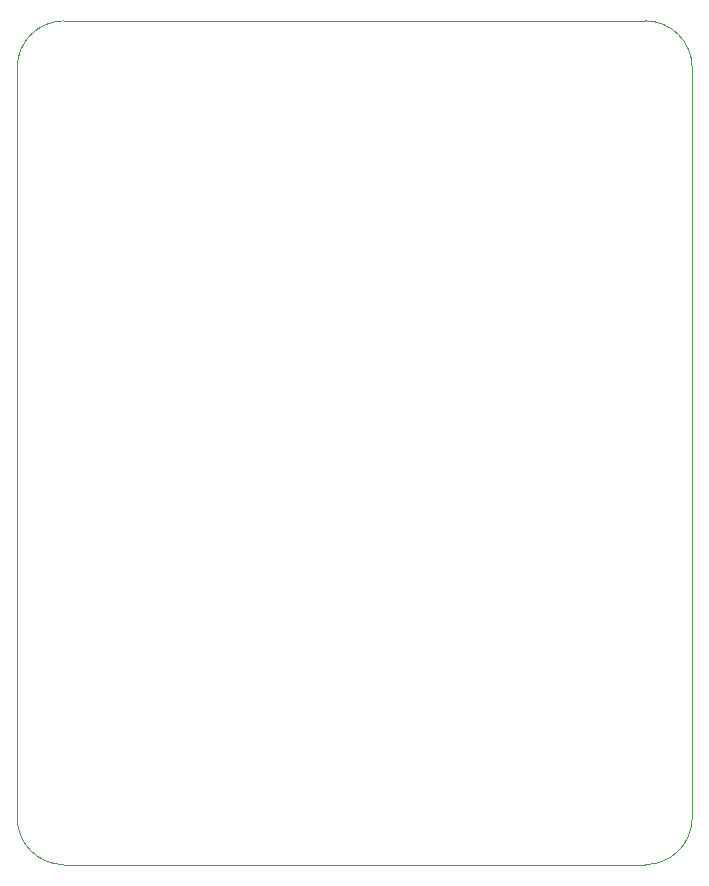
<source format=gm1>
G04 #@! TF.GenerationSoftware,KiCad,Pcbnew,(5.1.4)-1*
G04 #@! TF.CreationDate,2022-10-29T17:57:50-05:00*
G04 #@! TF.ProjectId,first-3k-keypad,66697273-742d-4336-9b2d-6b6579706164,rev?*
G04 #@! TF.SameCoordinates,Original*
G04 #@! TF.FileFunction,Profile,NP*
%FSLAX46Y46*%
G04 Gerber Fmt 4.6, Leading zero omitted, Abs format (unit mm)*
G04 Created by KiCad (PCBNEW (5.1.4)-1) date 2022-10-29 17:57:50*
%MOMM*%
%LPD*%
G04 APERTURE LIST*
%ADD10C,0.050000*%
G04 APERTURE END LIST*
D10*
X151606250Y-95250000D02*
X150812500Y-95250000D01*
X151606250Y-95250000D02*
G75*
G02X155575000Y-99218750I0J-3968750D01*
G01*
X155575000Y-162718750D02*
X155575000Y-99218750D01*
X102393750Y-166687500D02*
X151606250Y-166687500D01*
X98425000Y-99218750D02*
X98425000Y-162718750D01*
X150812500Y-95250000D02*
X102393750Y-95250000D01*
X155575000Y-162718750D02*
G75*
G02X151606250Y-166687500I-3968750J0D01*
G01*
X102393750Y-166687500D02*
G75*
G02X98425000Y-162718750I0J3968750D01*
G01*
X98425000Y-99218750D02*
G75*
G02X102393750Y-95250000I3968750J0D01*
G01*
M02*

</source>
